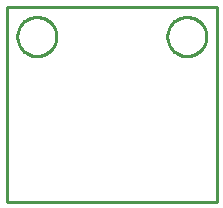
<source format=gbr>
G04 EAGLE Gerber RS-274X export*
G75*
%MOMM*%
%FSLAX34Y34*%
%LPD*%
%IN*%
%IPPOS*%
%AMOC8*
5,1,8,0,0,1.08239X$1,22.5*%
G01*
%ADD10C,0.254000*%


D10*
X0Y0D02*
X177600Y0D01*
X177800Y165100D01*
X0Y165100D01*
X0Y0D01*
X41910Y139160D02*
X41839Y138081D01*
X41698Y137009D01*
X41487Y135949D01*
X41208Y134905D01*
X40860Y133881D01*
X40446Y132883D01*
X39968Y131913D01*
X39428Y130977D01*
X38827Y130078D01*
X38169Y129221D01*
X37457Y128408D01*
X36692Y127644D01*
X35879Y126931D01*
X35022Y126273D01*
X34123Y125672D01*
X33187Y125132D01*
X32217Y124654D01*
X31219Y124240D01*
X30195Y123892D01*
X29151Y123613D01*
X28091Y123402D01*
X27019Y123261D01*
X25940Y123190D01*
X24860Y123190D01*
X23781Y123261D01*
X22709Y123402D01*
X21649Y123613D01*
X20605Y123892D01*
X19581Y124240D01*
X18583Y124654D01*
X17613Y125132D01*
X16677Y125672D01*
X15778Y126273D01*
X14921Y126931D01*
X14108Y127644D01*
X13344Y128408D01*
X12631Y129221D01*
X11973Y130078D01*
X11372Y130977D01*
X10832Y131913D01*
X10354Y132883D01*
X9940Y133881D01*
X9592Y134905D01*
X9313Y135949D01*
X9102Y137009D01*
X8961Y138081D01*
X8890Y139160D01*
X8890Y140240D01*
X8961Y141319D01*
X9102Y142391D01*
X9313Y143451D01*
X9592Y144495D01*
X9940Y145519D01*
X10354Y146517D01*
X10832Y147487D01*
X11372Y148423D01*
X11973Y149322D01*
X12631Y150179D01*
X13344Y150992D01*
X14108Y151757D01*
X14921Y152469D01*
X15778Y153127D01*
X16677Y153728D01*
X17613Y154268D01*
X18583Y154746D01*
X19581Y155160D01*
X20605Y155508D01*
X21649Y155787D01*
X22709Y155998D01*
X23781Y156139D01*
X24860Y156210D01*
X25940Y156210D01*
X27019Y156139D01*
X28091Y155998D01*
X29151Y155787D01*
X30195Y155508D01*
X31219Y155160D01*
X32217Y154746D01*
X33187Y154268D01*
X34123Y153728D01*
X35022Y153127D01*
X35879Y152469D01*
X36692Y151757D01*
X37457Y150992D01*
X38169Y150179D01*
X38827Y149322D01*
X39428Y148423D01*
X39968Y147487D01*
X40446Y146517D01*
X40860Y145519D01*
X41208Y144495D01*
X41487Y143451D01*
X41698Y142391D01*
X41839Y141319D01*
X41910Y140240D01*
X41910Y139160D01*
X168910Y139160D02*
X168839Y138081D01*
X168698Y137009D01*
X168487Y135949D01*
X168208Y134905D01*
X167860Y133881D01*
X167446Y132883D01*
X166968Y131913D01*
X166428Y130977D01*
X165827Y130078D01*
X165169Y129221D01*
X164457Y128408D01*
X163692Y127644D01*
X162879Y126931D01*
X162022Y126273D01*
X161123Y125672D01*
X160187Y125132D01*
X159217Y124654D01*
X158219Y124240D01*
X157195Y123892D01*
X156151Y123613D01*
X155091Y123402D01*
X154019Y123261D01*
X152940Y123190D01*
X151860Y123190D01*
X150781Y123261D01*
X149709Y123402D01*
X148649Y123613D01*
X147605Y123892D01*
X146581Y124240D01*
X145583Y124654D01*
X144613Y125132D01*
X143677Y125672D01*
X142778Y126273D01*
X141921Y126931D01*
X141108Y127644D01*
X140344Y128408D01*
X139631Y129221D01*
X138973Y130078D01*
X138372Y130977D01*
X137832Y131913D01*
X137354Y132883D01*
X136940Y133881D01*
X136592Y134905D01*
X136313Y135949D01*
X136102Y137009D01*
X135961Y138081D01*
X135890Y139160D01*
X135890Y140240D01*
X135961Y141319D01*
X136102Y142391D01*
X136313Y143451D01*
X136592Y144495D01*
X136940Y145519D01*
X137354Y146517D01*
X137832Y147487D01*
X138372Y148423D01*
X138973Y149322D01*
X139631Y150179D01*
X140344Y150992D01*
X141108Y151757D01*
X141921Y152469D01*
X142778Y153127D01*
X143677Y153728D01*
X144613Y154268D01*
X145583Y154746D01*
X146581Y155160D01*
X147605Y155508D01*
X148649Y155787D01*
X149709Y155998D01*
X150781Y156139D01*
X151860Y156210D01*
X152940Y156210D01*
X154019Y156139D01*
X155091Y155998D01*
X156151Y155787D01*
X157195Y155508D01*
X158219Y155160D01*
X159217Y154746D01*
X160187Y154268D01*
X161123Y153728D01*
X162022Y153127D01*
X162879Y152469D01*
X163692Y151757D01*
X164457Y150992D01*
X165169Y150179D01*
X165827Y149322D01*
X166428Y148423D01*
X166968Y147487D01*
X167446Y146517D01*
X167860Y145519D01*
X168208Y144495D01*
X168487Y143451D01*
X168698Y142391D01*
X168839Y141319D01*
X168910Y140240D01*
X168910Y139160D01*
M02*

</source>
